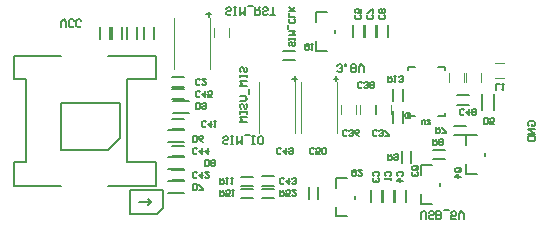
<source format=gbo>
G04 Layer_Color=32896*
%FSLAX25Y25*%
%MOIN*%
G70*
G01*
G75*
%ADD28C,0.00500*%
%ADD75C,0.00600*%
%ADD76C,0.00800*%
%ADD112C,0.00400*%
%ADD113C,0.00300*%
D28*
X138498Y37911D02*
G03*
X138498Y37911I-1000J0D01*
G01*
X53370Y49996D02*
Y57870D01*
X37622D02*
X53370D01*
X43803Y49996D02*
X53370D01*
X41559Y30311D02*
Y42122D01*
X21874Y26374D02*
Y42122D01*
Y26374D02*
X37622D01*
X53370Y14563D02*
Y22437D01*
X43803D02*
X53370D01*
X37622Y14563D02*
X53370D01*
X43803Y22437D02*
Y49996D01*
X37622Y26374D02*
X41559Y30311D01*
X6126Y57870D02*
X21874D01*
Y42122D02*
X41559D01*
X6126Y49996D02*
Y57870D01*
Y49996D02*
X10063D01*
Y22437D02*
Y49996D01*
X6126Y14563D02*
X21874D01*
X6126Y22437D02*
X10063D01*
X6126Y14563D02*
Y22437D01*
X149864Y53124D02*
Y54206D01*
X147600D02*
X149864D01*
X147600Y37868D02*
X149864D01*
Y38950D01*
X137462Y54206D02*
X139726D01*
X137462Y53124D02*
Y54206D01*
Y37868D02*
X139726D01*
X137462D02*
Y38950D01*
X166339Y39671D02*
Y45183D01*
X162339Y39632D02*
Y45183D01*
X71148Y70801D02*
Y72533D01*
X70282Y71667D02*
X71935D01*
X59071Y38961D02*
X64583D01*
X59031Y42961D02*
X64583D01*
X57417Y24039D02*
X62929D01*
X57417Y20039D02*
X62968D01*
X57417Y16039D02*
X62929D01*
X57417Y12039D02*
X62968D01*
X57417Y33039D02*
X62929D01*
X57417Y29039D02*
X62968D01*
X113548Y49401D02*
Y51133D01*
X112682Y50267D02*
X114335D01*
X99748Y49301D02*
Y51033D01*
X98882Y50167D02*
X100535D01*
X45000Y13000D02*
X56000D01*
Y7000D02*
Y13000D01*
X54000Y5000D02*
X56000Y7000D01*
X45000Y5000D02*
X54000D01*
X45000D02*
Y13000D01*
X48000Y9000D02*
X52000D01*
X51000Y8000D02*
X52000Y9000D01*
X51000Y10000D02*
X52000Y9000D01*
X167000Y46601D02*
Y48600D01*
X168333D01*
X168999D02*
X169666D01*
X169333D01*
Y46601D01*
X168999Y46934D01*
X95000Y13000D02*
Y11001D01*
X96000D01*
X96333Y11334D01*
Y12000D01*
X96000Y12333D01*
X95000D01*
X95666D02*
X96333Y13000D01*
X98332Y11001D02*
X96999D01*
Y12000D01*
X97666Y11667D01*
X97999D01*
X98332Y12000D01*
Y12667D01*
X97999Y13000D01*
X97333D01*
X96999Y12667D01*
X100332Y13000D02*
X98999D01*
X100332Y11667D01*
Y11334D01*
X99998Y11001D01*
X99332D01*
X98999Y11334D01*
X163000Y35001D02*
Y37000D01*
X164000D01*
X164333Y36667D01*
Y35334D01*
X164000Y35001D01*
X163000D01*
X166332D02*
X164999D01*
Y36000D01*
X165666Y35667D01*
X165999D01*
X166332Y36000D01*
Y36667D01*
X165999Y37000D01*
X165333D01*
X164999Y36667D01*
X122333Y47334D02*
X122000Y47001D01*
X121333D01*
X121000Y47334D01*
Y48667D01*
X121333Y49000D01*
X122000D01*
X122333Y48667D01*
X122999Y47334D02*
X123333Y47001D01*
X123999D01*
X124332Y47334D01*
Y47667D01*
X123999Y48000D01*
X123666D01*
X123999D01*
X124332Y48334D01*
Y48667D01*
X123999Y49000D01*
X123333D01*
X122999Y48667D01*
X124999Y47334D02*
X125332Y47001D01*
X125998D01*
X126332Y47334D01*
Y47667D01*
X125998Y48000D01*
X126332Y48334D01*
Y48667D01*
X125998Y49000D01*
X125332D01*
X124999Y48667D01*
Y48334D01*
X125332Y48000D01*
X124999Y47667D01*
Y47334D01*
X125332Y48000D02*
X125998D01*
X129666Y71333D02*
X129999Y71000D01*
Y70333D01*
X129666Y70000D01*
X128333D01*
X128000Y70333D01*
Y71000D01*
X128333Y71333D01*
X129666Y71999D02*
X129999Y72333D01*
Y72999D01*
X129666Y73332D01*
X129333D01*
X129000Y72999D01*
X128666Y73332D01*
X128333D01*
X128000Y72999D01*
Y72333D01*
X128333Y71999D01*
X128666D01*
X129000Y72333D01*
X129333Y71999D01*
X129666D01*
X129000Y72333D02*
Y72999D01*
X67000Y40001D02*
Y42000D01*
X68000D01*
X68333Y41667D01*
Y40334D01*
X68000Y40001D01*
X67000D01*
X68999Y41667D02*
X69333Y42000D01*
X69999D01*
X70332Y41667D01*
Y40334D01*
X69999Y40001D01*
X69333D01*
X68999Y40334D01*
Y40667D01*
X69333Y41000D01*
X70332D01*
X70000Y21001D02*
Y23000D01*
X71000D01*
X71333Y22667D01*
Y21334D01*
X71000Y21001D01*
X70000D01*
X71999Y21334D02*
X72333Y21001D01*
X72999D01*
X73332Y21334D01*
Y21667D01*
X72999Y22000D01*
X73332Y22333D01*
Y22667D01*
X72999Y23000D01*
X72333D01*
X71999Y22667D01*
Y22333D01*
X72333Y22000D01*
X71999Y21667D01*
Y21334D01*
X72333Y22000D02*
X72999D01*
X66000Y13001D02*
Y15000D01*
X67000D01*
X67333Y14667D01*
Y13334D01*
X67000Y13001D01*
X66000D01*
X67999D02*
X69332D01*
Y13334D01*
X67999Y14667D01*
Y15000D01*
X66000Y29001D02*
Y31000D01*
X67000D01*
X67333Y30667D01*
Y29334D01*
X67000Y29001D01*
X66000D01*
X69332D02*
X68666Y29334D01*
X67999Y30000D01*
Y30667D01*
X68333Y31000D01*
X68999D01*
X69332Y30667D01*
Y30334D01*
X68999Y30000D01*
X67999D01*
X134334Y17667D02*
X134001Y18000D01*
Y18667D01*
X134334Y19000D01*
X135667D01*
X136000Y18667D01*
Y18000D01*
X135667Y17667D01*
X136000Y16001D02*
X134001D01*
X135000Y17001D01*
Y15668D01*
X126334Y17667D02*
X126001Y18000D01*
Y18667D01*
X126334Y19000D01*
X127667D01*
X128000Y18667D01*
Y18000D01*
X127667Y17667D01*
X126334Y17001D02*
X126001Y16667D01*
Y16001D01*
X126334Y15668D01*
X126667D01*
X127000Y16001D01*
Y16334D01*
Y16001D01*
X127333Y15668D01*
X127667D01*
X128000Y16001D01*
Y16667D01*
X127667Y17001D01*
X130334Y17667D02*
X130001Y18000D01*
Y18667D01*
X130334Y19000D01*
X131667D01*
X132000Y18667D01*
Y18000D01*
X131667Y17667D01*
X132000Y17001D02*
Y16334D01*
Y16667D01*
X130001D01*
X130334Y17001D01*
X131000Y25000D02*
Y23001D01*
X132000D01*
X132333Y23334D01*
Y24000D01*
X132000Y24333D01*
X131000D01*
X131667D02*
X132333Y25000D01*
X132999Y24667D02*
X133333Y25000D01*
X133999D01*
X134332Y24667D01*
Y23334D01*
X133999Y23001D01*
X133333D01*
X132999Y23334D01*
Y23667D01*
X133333Y24000D01*
X134332D01*
X146000Y30000D02*
Y28001D01*
X147000D01*
X147333Y28334D01*
Y29000D01*
X147000Y29334D01*
X146000D01*
X146667D02*
X147333Y30000D01*
X147999Y28334D02*
X148333Y28001D01*
X148999D01*
X149332Y28334D01*
Y28667D01*
X148999Y29000D01*
X149332Y29334D01*
Y29667D01*
X148999Y30000D01*
X148333D01*
X147999Y29667D01*
Y29334D01*
X148333Y29000D01*
X147999Y28667D01*
Y28334D01*
X148333Y29000D02*
X148999D01*
X147000Y34000D02*
Y32001D01*
X148000D01*
X148333Y32334D01*
Y33000D01*
X148000Y33334D01*
X147000D01*
X147667D02*
X148333Y34000D01*
X148999Y32001D02*
X150332D01*
Y32334D01*
X148999Y33667D01*
Y34000D01*
X154917Y19117D02*
X153584D01*
X153251Y19450D01*
Y20117D01*
X153584Y20450D01*
X154917D01*
X155250Y20117D01*
Y19450D01*
X154584Y19783D02*
X155250Y19117D01*
Y19450D02*
X154917Y19117D01*
X155250Y17451D02*
X153251D01*
X154250Y18451D01*
Y17118D01*
X140667Y19667D02*
X139334D01*
X139001Y20000D01*
Y20667D01*
X139334Y21000D01*
X140667D01*
X141000Y20667D01*
Y20000D01*
X140333Y20334D02*
X141000Y19667D01*
Y20000D02*
X140667Y19667D01*
X139334Y19001D02*
X139001Y18667D01*
Y18001D01*
X139334Y17668D01*
X139667D01*
X140000Y18001D01*
Y18334D01*
Y18001D01*
X140333Y17668D01*
X140667D01*
X141000Y18001D01*
Y18667D01*
X140667Y19001D01*
X106333Y25334D02*
X106000Y25001D01*
X105333D01*
X105000Y25334D01*
Y26667D01*
X105333Y27000D01*
X106000D01*
X106333Y26667D01*
X108332Y25001D02*
X106999D01*
Y26000D01*
X107666Y25667D01*
X107999D01*
X108332Y26000D01*
Y26667D01*
X107999Y27000D01*
X107333D01*
X106999Y26667D01*
X108999Y25334D02*
X109332Y25001D01*
X109998D01*
X110332Y25334D01*
Y26667D01*
X109998Y27000D01*
X109332D01*
X108999Y26667D01*
Y25334D01*
X95333D02*
X95000Y25001D01*
X94333D01*
X94000Y25334D01*
Y26667D01*
X94333Y27000D01*
X95000D01*
X95333Y26667D01*
X96999Y27000D02*
Y25001D01*
X95999Y26000D01*
X97332D01*
X97999Y26667D02*
X98332Y27000D01*
X98998D01*
X99332Y26667D01*
Y25334D01*
X98998Y25001D01*
X98332D01*
X97999Y25334D01*
Y25667D01*
X98332Y26000D01*
X99332D01*
X131000Y51000D02*
Y49001D01*
X132000D01*
X132333Y49334D01*
Y50000D01*
X132000Y50334D01*
X131000D01*
X131667D02*
X132333Y51000D01*
X132999D02*
X133666D01*
X133333D01*
Y49001D01*
X132999Y49334D01*
X134666D02*
X134999Y49001D01*
X135665D01*
X135998Y49334D01*
Y49667D01*
X135665Y50000D01*
X135332D01*
X135665D01*
X135998Y50334D01*
Y50667D01*
X135665Y51000D01*
X134999D01*
X134666Y50667D01*
X68333Y48334D02*
X68000Y48001D01*
X67333D01*
X67000Y48334D01*
Y49667D01*
X67333Y50000D01*
X68000D01*
X68333Y49667D01*
X70332Y50000D02*
X68999D01*
X70332Y48667D01*
Y48334D01*
X69999Y48001D01*
X69333D01*
X68999Y48334D01*
X117333Y31334D02*
X117000Y31001D01*
X116333D01*
X116000Y31334D01*
Y32667D01*
X116333Y33000D01*
X117000D01*
X117333Y32667D01*
X117999Y31334D02*
X118333Y31001D01*
X118999D01*
X119332Y31334D01*
Y31667D01*
X118999Y32000D01*
X118666D01*
X118999D01*
X119332Y32334D01*
Y32667D01*
X118999Y33000D01*
X118333D01*
X117999Y32667D01*
X121332Y31001D02*
X120665Y31334D01*
X119999Y32000D01*
Y32667D01*
X120332Y33000D01*
X120998D01*
X121332Y32667D01*
Y32334D01*
X120998Y32000D01*
X119999D01*
X127333Y31334D02*
X127000Y31001D01*
X126333D01*
X126000Y31334D01*
Y32667D01*
X126333Y33000D01*
X127000D01*
X127333Y32667D01*
X127999Y31334D02*
X128333Y31001D01*
X128999D01*
X129332Y31334D01*
Y31667D01*
X128999Y32000D01*
X128666D01*
X128999D01*
X129332Y32334D01*
Y32667D01*
X128999Y33000D01*
X128333D01*
X127999Y32667D01*
X129999Y31001D02*
X131332D01*
Y31334D01*
X129999Y32667D01*
Y33000D01*
X70333Y34334D02*
X70000Y34001D01*
X69333D01*
X69000Y34334D01*
Y35667D01*
X69333Y36000D01*
X70000D01*
X70333Y35667D01*
X71999Y36000D02*
Y34001D01*
X70999Y35000D01*
X72332D01*
X72999Y36000D02*
X73665D01*
X73332D01*
Y34001D01*
X72999Y34334D01*
X67333Y17334D02*
X67000Y17001D01*
X66333D01*
X66000Y17334D01*
Y18667D01*
X66333Y19000D01*
X67000D01*
X67333Y18667D01*
X68999Y19000D02*
Y17001D01*
X67999Y18000D01*
X69332D01*
X71332Y19000D02*
X69999D01*
X71332Y17667D01*
Y17334D01*
X70998Y17001D01*
X70332D01*
X69999Y17334D01*
X96333Y15334D02*
X96000Y15001D01*
X95333D01*
X95000Y15334D01*
Y16667D01*
X95333Y17000D01*
X96000D01*
X96333Y16667D01*
X97999Y17000D02*
Y15001D01*
X96999Y16000D01*
X98332D01*
X98999Y15334D02*
X99332Y15001D01*
X99998D01*
X100332Y15334D01*
Y15667D01*
X99998Y16000D01*
X99665D01*
X99998D01*
X100332Y16333D01*
Y16667D01*
X99998Y17000D01*
X99332D01*
X98999Y16667D01*
X67333Y25334D02*
X67000Y25001D01*
X66333D01*
X66000Y25334D01*
Y26667D01*
X66333Y27000D01*
X67000D01*
X67333Y26667D01*
X68999Y27000D02*
Y25001D01*
X67999Y26000D01*
X69332D01*
X70998Y27000D02*
Y25001D01*
X69999Y26000D01*
X71332D01*
X68333Y44334D02*
X68000Y44001D01*
X67333D01*
X67000Y44334D01*
Y45667D01*
X67333Y46000D01*
X68000D01*
X68333Y45667D01*
X69999Y46000D02*
Y44001D01*
X68999Y45000D01*
X70332D01*
X72332Y44001D02*
X70999D01*
Y45000D01*
X71665Y44667D01*
X71998D01*
X72332Y45000D01*
Y45667D01*
X71998Y46000D01*
X71332D01*
X70999Y45667D01*
X156333Y38334D02*
X156000Y38001D01*
X155333D01*
X155000Y38334D01*
Y39667D01*
X155333Y40000D01*
X156000D01*
X156333Y39667D01*
X157999Y40000D02*
Y38001D01*
X156999Y39000D01*
X158332D01*
X158999Y38334D02*
X159332Y38001D01*
X159998D01*
X160332Y38334D01*
Y38667D01*
X159998Y39000D01*
X160332Y39334D01*
Y39667D01*
X159998Y40000D01*
X159332D01*
X158999Y39667D01*
Y39334D01*
X159332Y39000D01*
X158999Y38667D01*
Y38334D01*
X159332Y39000D02*
X159998D01*
X75000Y17000D02*
Y15001D01*
X76000D01*
X76333Y15334D01*
Y16000D01*
X76000Y16333D01*
X75000D01*
X75666D02*
X76333Y17000D01*
X76999D02*
X77666D01*
X77333D01*
Y15001D01*
X76999Y15334D01*
X78666Y17000D02*
X79332D01*
X78999D01*
Y15001D01*
X78666Y15334D01*
X75000Y13000D02*
Y11001D01*
X76000D01*
X76333Y11334D01*
Y12000D01*
X76000Y12333D01*
X75000D01*
X75666D02*
X76333Y13000D01*
X78332Y11001D02*
X76999D01*
Y12000D01*
X77666Y11667D01*
X77999D01*
X78332Y12000D01*
Y12667D01*
X77999Y13000D01*
X77333D01*
X76999Y12667D01*
X78999Y13000D02*
X79665D01*
X79332D01*
Y11001D01*
X78999Y11334D01*
X121666Y71333D02*
X121999Y71000D01*
Y70333D01*
X121666Y70000D01*
X120333D01*
X120000Y70333D01*
Y71000D01*
X120333Y71333D01*
X121999Y73332D02*
Y71999D01*
X121000D01*
X121333Y72666D01*
Y72999D01*
X121000Y73332D01*
X120333D01*
X120000Y72999D01*
Y72333D01*
X120333Y71999D01*
X125666Y71333D02*
X125999Y71000D01*
Y70333D01*
X125666Y70000D01*
X124333D01*
X124000Y70333D01*
Y71000D01*
X124333Y71333D01*
X125999Y71999D02*
Y73332D01*
X125666D01*
X124333Y71999D01*
X124000D01*
X77666Y28917D02*
X77250Y28501D01*
X76416D01*
X76000Y28917D01*
Y29334D01*
X76416Y29750D01*
X77250D01*
X77666Y30167D01*
Y30584D01*
X77250Y31000D01*
X76416D01*
X76000Y30584D01*
X78499Y28501D02*
X79332D01*
X78916D01*
Y31000D01*
X78499D01*
X79332D01*
X80582D02*
Y28501D01*
X81415Y29334D01*
X82248Y28501D01*
Y31000D01*
X83081Y31416D02*
X84747D01*
X85580Y28501D02*
X86413D01*
X85997D01*
Y31000D01*
X85580D01*
X86413D01*
X88912Y28501D02*
X88079D01*
X87663Y28917D01*
Y30584D01*
X88079Y31000D01*
X88912D01*
X89329Y30584D01*
Y28917D01*
X88912Y28501D01*
X99666Y62333D02*
X99999Y62000D01*
Y61333D01*
X99666Y61000D01*
X99333D01*
X99000Y61333D01*
Y62000D01*
X98666Y62333D01*
X98333D01*
X98000Y62000D01*
Y61333D01*
X98333Y61000D01*
X99999Y62999D02*
Y63666D01*
Y63333D01*
X98000D01*
Y62999D01*
Y63666D01*
Y64666D02*
X99999D01*
X99333Y65332D01*
X99999Y65998D01*
X98000D01*
X97667Y66665D02*
Y67998D01*
X99666Y69997D02*
X99999Y69664D01*
Y68997D01*
X99666Y68664D01*
X98333D01*
X98000Y68997D01*
Y69664D01*
X98333Y69997D01*
X99999Y70663D02*
X98000D01*
Y71996D01*
X99999Y72663D02*
X98000D01*
X98666D01*
X99999Y73996D01*
X99000Y72996D01*
X98000Y73996D01*
X81917Y52334D02*
X81501Y52750D01*
Y53584D01*
X81917Y54000D01*
X82334D01*
X82750Y53584D01*
Y52750D01*
X83167Y52334D01*
X83583D01*
X84000Y52750D01*
Y53584D01*
X83583Y54000D01*
X81501Y51501D02*
Y50668D01*
Y51084D01*
X84000D01*
Y51501D01*
Y50668D01*
Y49418D02*
X81501D01*
X82334Y48585D01*
X81501Y47752D01*
X84000D01*
X84417Y46919D02*
Y45253D01*
X81501Y44420D02*
X83167D01*
X84000Y43587D01*
X83167Y42754D01*
X81501D01*
X81917Y40255D02*
X81501Y40671D01*
Y41504D01*
X81917Y41921D01*
X82334D01*
X82750Y41504D01*
Y40671D01*
X83167Y40255D01*
X83583D01*
X84000Y40671D01*
Y41504D01*
X83583Y41921D01*
X81501Y39421D02*
Y38588D01*
Y39005D01*
X84000D01*
Y39421D01*
Y38588D01*
Y37339D02*
X81501D01*
X82334Y36506D01*
X81501Y35673D01*
X84000D01*
X78666Y71917D02*
X78250Y71501D01*
X77416D01*
X77000Y71917D01*
Y72334D01*
X77416Y72750D01*
X78250D01*
X78666Y73167D01*
Y73584D01*
X78250Y74000D01*
X77416D01*
X77000Y73584D01*
X79499Y71501D02*
X80332D01*
X79916D01*
Y74000D01*
X79499D01*
X80332D01*
X81582D02*
Y71501D01*
X82415Y72334D01*
X83248Y71501D01*
Y74000D01*
X84081Y74417D02*
X85747D01*
X86580Y74000D02*
Y71501D01*
X87830D01*
X88246Y71917D01*
Y72750D01*
X87830Y73167D01*
X86580D01*
X87413D02*
X88246Y74000D01*
X90746Y71917D02*
X90329Y71501D01*
X89496D01*
X89079Y71917D01*
Y72334D01*
X89496Y72750D01*
X90329D01*
X90746Y73167D01*
Y73584D01*
X90329Y74000D01*
X89496D01*
X89079Y73584D01*
X91579Y71501D02*
X93245D01*
X92412D01*
Y74000D01*
X22000Y67501D02*
Y69167D01*
X22833Y70000D01*
X23666Y69167D01*
Y67501D01*
X26165Y67917D02*
X25749Y67501D01*
X24916D01*
X24499Y67917D01*
Y69583D01*
X24916Y70000D01*
X25749D01*
X26165Y69583D01*
X28664Y67917D02*
X28248Y67501D01*
X27415D01*
X26998Y67917D01*
Y69583D01*
X27415Y70000D01*
X28248D01*
X28664Y69583D01*
X114000Y52917D02*
X114417Y52501D01*
X115250D01*
X115666Y52917D01*
Y53334D01*
X115250Y53750D01*
X114833D01*
X115250D01*
X115666Y54167D01*
Y54584D01*
X115250Y55000D01*
X114417D01*
X114000Y54584D01*
X116499Y55000D02*
Y54584D01*
X116916D01*
Y55000D01*
X116499D01*
X118582Y52917D02*
X118998Y52501D01*
X119831D01*
X120248Y52917D01*
Y53334D01*
X119831Y53750D01*
X120248Y54167D01*
Y54584D01*
X119831Y55000D01*
X118998D01*
X118582Y54584D01*
Y54167D01*
X118998Y53750D01*
X118582Y53334D01*
Y52917D01*
X118998Y53750D02*
X119831D01*
X121081Y52501D02*
Y54167D01*
X121914Y55000D01*
X122747Y54167D01*
Y52501D01*
X142000Y3501D02*
Y5584D01*
X142417Y6000D01*
X143250D01*
X143666Y5584D01*
Y3501D01*
X146165Y3917D02*
X145749Y3501D01*
X144916D01*
X144499Y3917D01*
Y4334D01*
X144916Y4750D01*
X145749D01*
X146165Y5167D01*
Y5584D01*
X145749Y6000D01*
X144916D01*
X144499Y5584D01*
X146998Y3501D02*
Y6000D01*
X148248D01*
X148664Y5584D01*
Y5167D01*
X148248Y4750D01*
X146998D01*
X148248D01*
X148664Y4334D01*
Y3917D01*
X148248Y3501D01*
X146998D01*
X149498Y6417D02*
X151164D01*
X153663Y3501D02*
X151997D01*
Y4750D01*
X152830Y4334D01*
X153246D01*
X153663Y4750D01*
Y5584D01*
X153246Y6000D01*
X152413D01*
X151997Y5584D01*
X154496Y3501D02*
Y5167D01*
X155329Y6000D01*
X156162Y5167D01*
Y3501D01*
X177917Y34334D02*
X177501Y34750D01*
Y35583D01*
X177917Y36000D01*
X179584D01*
X180000Y35583D01*
Y34750D01*
X179584Y34334D01*
X178750D01*
Y35167D01*
X180000Y33501D02*
X177501D01*
X180000Y31835D01*
X177501D01*
Y31002D02*
X180000D01*
Y29752D01*
X179584Y29335D01*
X177917D01*
X177501Y29752D01*
Y31002D01*
D75*
X89000Y10400D02*
X93000D01*
X89000Y13600D02*
X93000D01*
X127300Y64000D02*
Y68000D01*
X130700Y64000D02*
Y68000D01*
X136700Y9000D02*
Y13000D01*
X133300Y9000D02*
Y13000D01*
X128700Y9000D02*
Y13000D01*
X125300Y9000D02*
Y13000D01*
X132700Y9000D02*
Y13000D01*
X129300Y9000D02*
Y13000D01*
X138600Y22000D02*
Y26000D01*
X135400Y22000D02*
Y26000D01*
X146000Y26600D02*
X150000D01*
X146000Y23400D02*
X150000D01*
X153000Y34600D02*
X157000D01*
X153000Y31400D02*
X157000D01*
X135763Y35563D02*
Y39563D01*
X132563Y35563D02*
Y39563D01*
X135763Y42963D02*
Y46963D01*
X132563Y42963D02*
Y46963D01*
X59000Y50700D02*
X63000D01*
X59000Y47300D02*
X63000D01*
X52900Y63500D02*
Y67500D01*
X49500Y63500D02*
Y67500D01*
X42100Y63500D02*
Y67500D01*
X38700Y63500D02*
Y67500D01*
X47300Y63500D02*
Y67500D01*
X43900Y63500D02*
Y67500D01*
X59000Y33300D02*
X63000D01*
X59000Y36700D02*
X63000D01*
X59000Y19700D02*
X63000D01*
X59000Y16300D02*
X63000D01*
X89000Y14300D02*
X93000D01*
X89000Y17700D02*
X93000D01*
X59000Y24300D02*
X63000D01*
X59000Y27700D02*
X63000D01*
X59000Y43300D02*
X63000D01*
X59000Y46700D02*
X63000D01*
X38100Y63500D02*
Y67500D01*
X34700Y63500D02*
Y67500D01*
X153800Y44700D02*
X157800D01*
X153800Y41300D02*
X157800D01*
X82000Y14400D02*
X86000D01*
X82000Y17600D02*
X86000D01*
X82000Y10400D02*
X86000D01*
X82000Y13600D02*
X86000D01*
X96000Y56400D02*
X100000D01*
X96000Y59600D02*
X100000D01*
X107600Y10000D02*
Y14000D01*
X104400Y10000D02*
Y14000D01*
X119300Y64000D02*
Y68000D01*
X122700Y64000D02*
Y68000D01*
X123300Y64000D02*
Y68000D01*
X126700Y64000D02*
Y68000D01*
X120333Y19417D02*
Y18084D01*
X120000Y17751D01*
X119333D01*
X119000Y18084D01*
Y19417D01*
X119333Y19750D01*
X120000D01*
X119667Y19083D02*
X120333Y19750D01*
X120000D02*
X120333Y19417D01*
X122332Y19750D02*
X120999D01*
X122332Y18417D01*
Y18084D01*
X121999Y17751D01*
X121333D01*
X120999Y18084D01*
X142337Y34964D02*
Y36213D01*
X142587Y36463D01*
X143087D01*
X143337Y36213D01*
Y34964D01*
X144836Y36463D02*
X143836D01*
X144836Y35463D01*
Y35213D01*
X144586Y34964D01*
X144086D01*
X143836Y35213D01*
X104383Y61417D02*
Y60084D01*
X104050Y59751D01*
X103383D01*
X103050Y60084D01*
Y61417D01*
X103383Y61750D01*
X104050D01*
X103717Y61084D02*
X104383Y61750D01*
X104050D02*
X104383Y61417D01*
X105049Y61750D02*
X105716D01*
X105383D01*
Y59751D01*
X105049Y60084D01*
D76*
X119900Y10150D02*
Y11250D01*
X113400Y4300D02*
X117250D01*
X113400D02*
Y7550D01*
Y17100D02*
X117250D01*
X113400Y13850D02*
Y17100D01*
X156750Y28150D02*
Y31400D01*
X160600D01*
X156750Y18600D02*
Y21850D01*
Y18600D02*
X160600D01*
X163250Y24450D02*
Y25550D01*
X141750Y18150D02*
Y21400D01*
X145600D01*
X141750Y8600D02*
Y11850D01*
Y8600D02*
X145600D01*
X148250Y14450D02*
Y15550D01*
X113250Y65450D02*
Y66550D01*
X106750Y59600D02*
X110600D01*
X106750D02*
Y62850D01*
Y72400D02*
X110600D01*
X106750Y69150D02*
Y72400D01*
D112*
X166500Y55500D02*
X169500D01*
X166500Y50500D02*
X169500D01*
X126363Y38537D02*
Y41537D01*
X121363Y38537D02*
Y41537D01*
X161900Y49200D02*
Y52200D01*
X156900Y49200D02*
Y52200D01*
X156300Y49100D02*
Y52100D01*
X151300Y49100D02*
Y52100D01*
X120300Y38500D02*
Y41500D01*
X115300Y38500D02*
Y41500D01*
X131863Y38537D02*
Y41537D01*
X126863Y38537D02*
Y41537D01*
X77900Y64000D02*
Y67000D01*
X72900Y64000D02*
Y67000D01*
D113*
X71400Y53600D02*
Y70600D01*
X59400Y53600D02*
Y70600D01*
X113800Y32200D02*
Y49200D01*
X101800Y32200D02*
Y49200D01*
X100000Y32100D02*
Y49100D01*
X88000Y32100D02*
Y49100D01*
M02*

</source>
